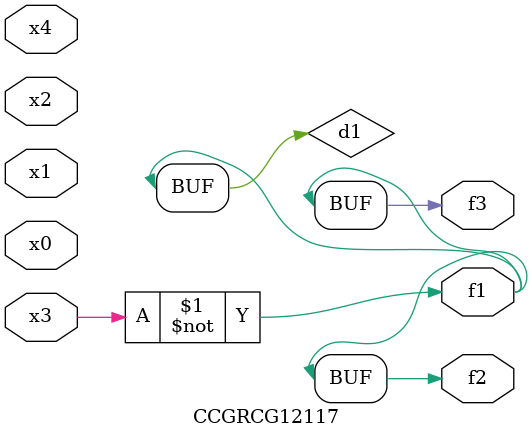
<source format=v>
module CCGRCG12117(
	input x0, x1, x2, x3, x4,
	output f1, f2, f3
);

	wire d1, d2;

	xnor (d1, x3);
	not (d2, x1);
	assign f1 = d1;
	assign f2 = d1;
	assign f3 = d1;
endmodule

</source>
